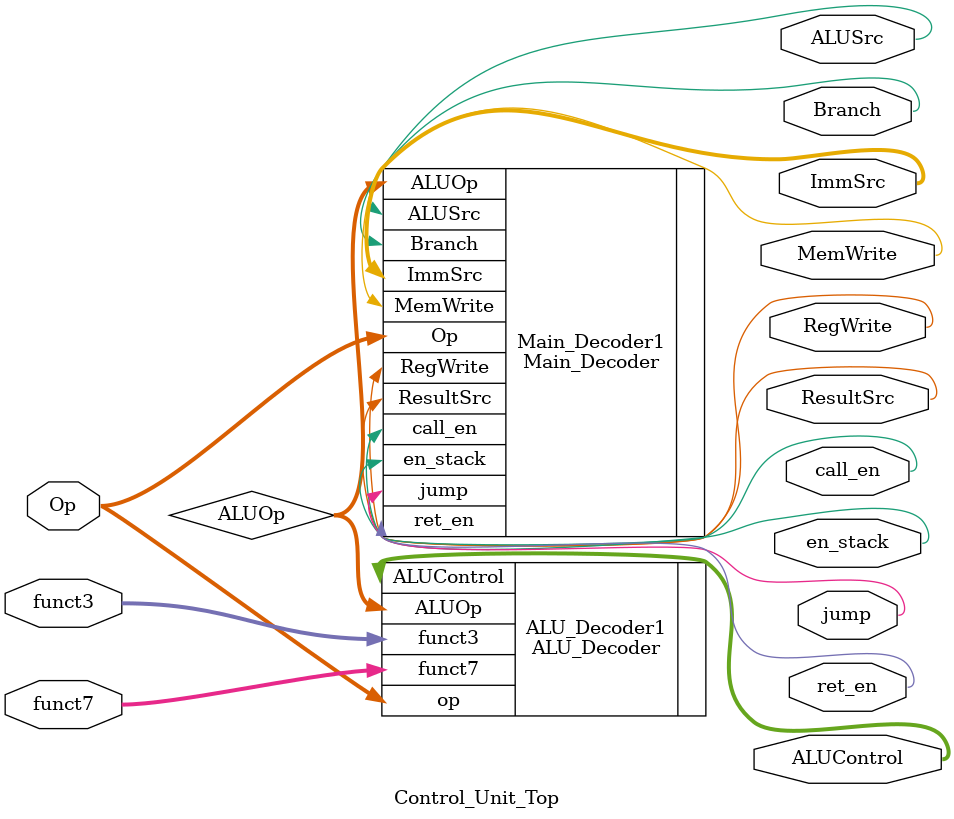
<source format=v>
`timescale 1ns / 1ps

`include "ALU_Decoder.v"
`include "Main_Decoder.v"

module Control_Unit_Top(Op,RegWrite,ImmSrc,ALUSrc,MemWrite,ResultSrc,Branch,funct3,funct7,ALUControl,jump, call_en, ret_en, en_stack);

    input [2:0]Op;
    input [3:0] funct7;
    input [2:0]funct3;
    output RegWrite,ALUSrc,MemWrite,ResultSrc,Branch,jump,call_en, ret_en, en_stack;
    output [1:0]ImmSrc;
    output [2:0]ALUControl;

    wire [1:0]ALUOp;

    Main_Decoder Main_Decoder1(
                .Op(Op),
                .RegWrite(RegWrite),
                .ImmSrc(ImmSrc),
                .MemWrite(MemWrite),
                .ResultSrc(ResultSrc),
                .Branch(Branch),
                .ALUSrc(ALUSrc),
                .ALUOp(ALUOp),
                .jump(jump),
                .call_en(call_en), 
                .ret_en(ret_en),
                .en_stack(en_stack)
    );

    ALU_Decoder ALU_Decoder1(
                            .ALUOp(ALUOp),
                            .funct3(funct3),
                            .funct7(funct7),
                            .op(Op),
                            .ALUControl(ALUControl)
    );


endmodule

</source>
